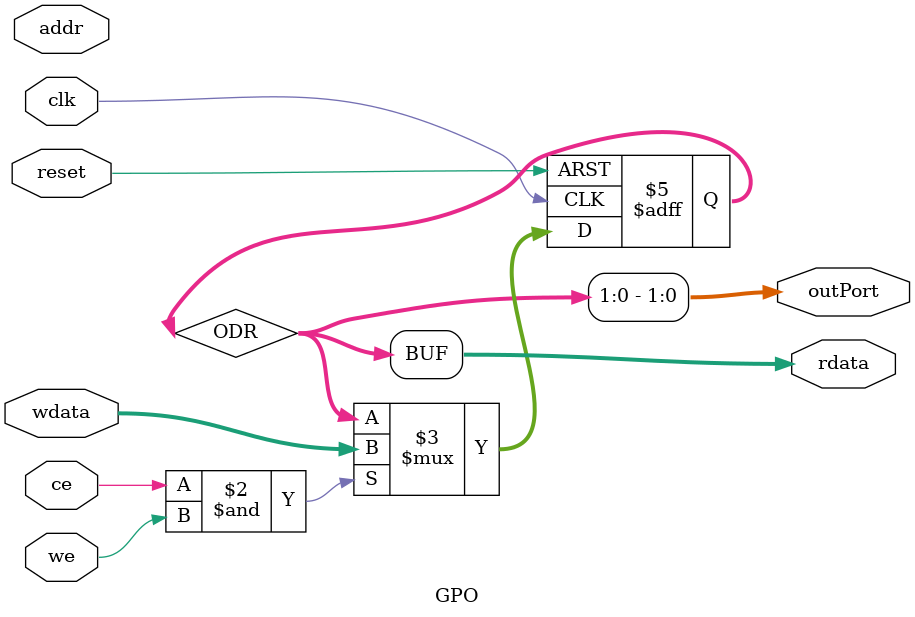
<source format=sv>
`timescale 1ns / 1ps

module GPO(
    input logic         clk,
    input logic         reset,
    input logic         we,
    input logic         ce,
    input logic [1:0]   addr,
    input logic [31:0]  wdata,
    output logic [31:0] rdata,
    output logic [1:0]  outPort
    );

	// GPO Register
    logic [31:0] ODR;

    // output logic
    assign outPort = ODR [3:0];

    // write logic
    always_ff @( posedge clk, posedge reset ) begin : GPO
        if (reset) begin
            ODR <= 0;
        end
        else begin
            if (ce & we) ODR <= wdata;
        end
    end

    // read logic
    assign rdata = ODR;

endmodule

</source>
